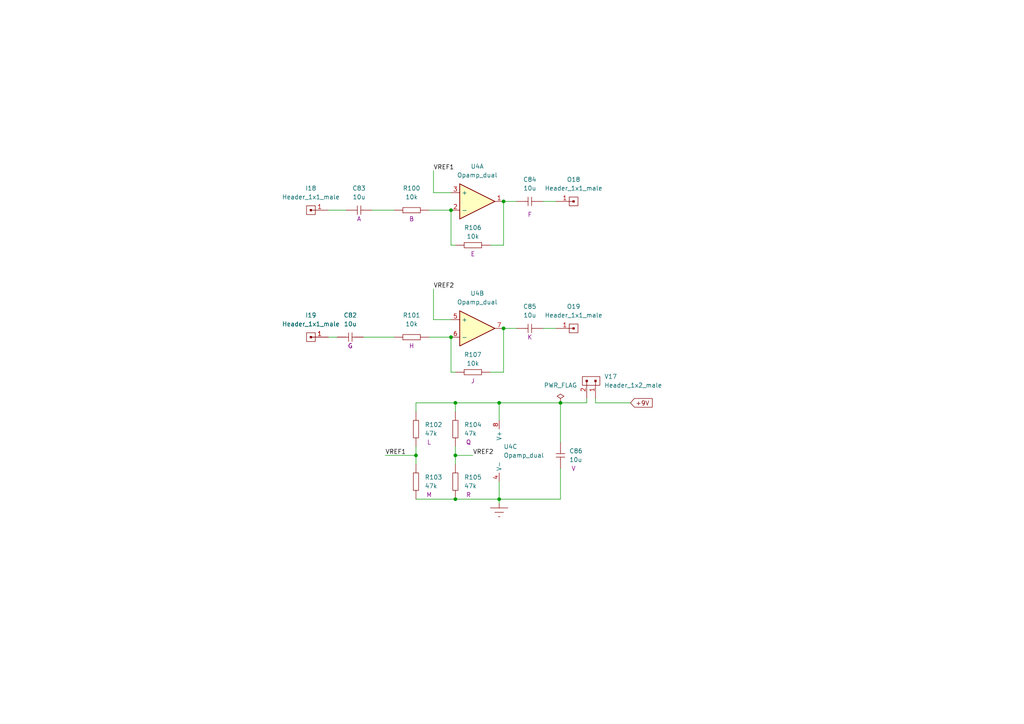
<source format=kicad_sch>
(kicad_sch (version 20211123) (generator eeschema)
  (paper "A4")
  (title_block (title "Phase invertor") (date "2024-04-26") (rev "1") (company "https://github.com/dvhx/ultimate-soldering-exercise"))
  (lib_symbols
    (symbol "dvhx-kicad-library:C" (pin_numbers hide) (pin_names hide)
      (property "Reference" "C" (at 2.286 1.016 0))
      (property "Value" "C" (at 2.286 -1.27 0))
      (symbol "C_0_1"
        (polyline (pts (xy 0 -0.508) (xy 0 -1.27)))
        (polyline (pts (xy 0 1.27) (xy 0 0.508)))
        (polyline (pts (xy 1.27 -0.508) (xy -1.27 -0.508)))
        (polyline (pts (xy 1.27 0.508) (xy -1.27 0.508)))
      )
      (symbol "C_1_1"
        (pin passive line (at 0 3.81 270) (length 2.54) (name "1") (number "1"))
        (pin passive line (at 0 -3.81 90) (length 2.54) (name "2") (number "2"))
      )
    )
    (symbol "dvhx-kicad-library:GND" (power) (pin_numbers hide) (pin_names hide)
      (symbol "GND_0_1"
        (polyline (pts (xy -2.54 -1.27) (xy 2.54 -1.27)))
        (polyline (pts (xy -1.27 -2.54) (xy 1.27 -2.54)))
        (polyline (pts (xy -0.254 -3.81) (xy 0.254 -3.81)))
      )
      (symbol "GND_1_1"
        (pin power_in line (at 0 0 270) (length 1.27) (name "GND") (number "GND"))
      )
    )
    (symbol "dvhx-kicad-library:Header_1x1_male" (pin_names hide)
      (property "Reference" "J" (at -0.254 2.286 0))
      (property "Value" "Header_1x1_male" (at 0 4.191 0))
      (symbol "Header_1x1_male_0_1"
        (rectangle (start -1.27 1.27) (end 1.27 -1.27))
        (rectangle (start -0.254 0.254) (end 0.254 -0.254) (fill (type outline)))
      )
      (symbol "Header_1x1_male_1_1"
        (pin passive line (at -5.08 0 0) (length 5.08) (name "1") (number "1"))
      )
    )
    (symbol "dvhx-kicad-library:Header_1x2_male" (pin_names hide)
      (property "Reference" "J" (at -0.254 2.286 0))
      (property "Value" "Header_1x2_male" (at 0 4.191 0))
      (symbol "Header_1x2_male_0_1"
        (rectangle (start -1.27 1.27) (end 1.27 -3.81))
        (rectangle (start -0.254 -2.286) (end 0.254 -2.794) (fill (type outline)))
        (rectangle (start -0.254 0.254) (end 0.254 -0.254) (fill (type outline)))
      )
      (symbol "Header_1x2_male_1_1"
        (pin passive line (at -5.08 0 0) (length 5.08) (name "1") (number "1"))
        (pin passive line (at -5.08 -2.54 0) (length 5.08) (name "2") (number "2"))
      )
    )
    (symbol "dvhx-kicad-library:Opamp_dual"
      (property "Reference" "U" (at 3.048 8.89 0))
      (property "Value" "Opamp_dual" (at 8.128 10.922 0))
      (symbol "Opamp_dual_1_1"
        (polyline (pts (xy -3.81 5.08) (xy 6.35 0) (xy -3.81 -5.08) (xy -3.81 5.08)) (stroke (width 0.254)) (fill (type background)))
        (pin output line (at 8.89 0 180) (length 2.54) (name "~") (number "1"))
        (pin input line (at -6.35 -2.54 0) (length 2.54) (name "-") (number "2"))
        (pin input line (at -6.35 2.54 0) (length 2.54) (name "+") (number "3"))
      )
      (symbol "Opamp_dual_2_1"
        (polyline (pts (xy -3.81 5.08) (xy 6.35 0) (xy -3.81 -5.08) (xy -3.81 5.08)) (stroke (width 0.254)) (fill (type background)))
        (pin input line (at -6.35 2.54 0) (length 2.54) (name "+") (number "5"))
        (pin input line (at -6.35 -2.54 0) (length 2.54) (name "-") (number "6"))
        (pin output line (at 8.89 0 180) (length 2.54) (name "~") (number "7"))
      )
      (symbol "Opamp_dual_3_1"
        (pin power_in line (at 0 -7.62 90) (length 2.54) (name "V-") (number "4"))
        (pin power_in line (at 0 10.16 270) (length 2.54) (name "V+") (number "8"))
      )
    )
    (symbol "dvhx-kicad-library:R" (pin_numbers hide) (pin_names hide)
      (property "Reference" "R" (at 2.032 1.016 0))
      (property "Value" "R" (at 2.032 -1.016 0))
      (symbol "R_0_1"
        (polyline (pts (xy -0.762 2.54) (xy 0.762 2.54) (xy 0.762 -2.54) (xy -0.762 -2.54) (xy -0.762 2.54)))
      )
      (symbol "R_1_1"
        (pin passive line (at 0 5.08 270) (length 2.54) (name "1") (number "1"))
        (pin passive line (at 0 -5.08 90) (length 2.54) (name "2") (number "2"))
      )
    )
    (symbol "power:PWR_FLAG" (power) (pin_numbers hide) (pin_names (offset 0) hide)
      (property "Value" "PWR_FLAG" (at 0 3.81 0))
      (symbol "PWR_FLAG_0_0"
        (pin power_out line (at 0 0 90) (length 0) (name "pwr") (number "1"))
      )
      (symbol "PWR_FLAG_0_1"
        (polyline (pts (xy 0 0) (xy 0 1.27) (xy -1.016 1.905) (xy 0 2.54) (xy 1.016 1.905) (xy 0 1.27)))
      )
    )
  )
  (junction (at 130.81 60.96))
  (junction (at 146.05 58.42))
  (junction (at 146.05 95.25))
  (junction (at 132.08 132.08))
  (junction (at 130.81 97.79))
  (junction (at 162.56 116.84))
  (junction (at 132.08 116.84))
  (junction (at 132.08 144.78))
  (junction (at 144.78 144.78))
  (junction (at 144.78 116.84))
  (junction (at 120.65 132.08))
  (wire (pts (xy 146.05 58.42) (xy 146.05 71.12)))
  (wire (pts (xy 157.48 58.42) (xy 161.29 58.42)))
  (wire (pts (xy 125.73 55.88) (xy 130.81 55.88)))
  (wire (pts (xy 144.78 116.84) (xy 144.78 121.92)))
  (wire (pts (xy 125.73 92.71) (xy 130.81 92.71)))
  (wire (pts (xy 162.56 116.84) (xy 170.18 116.84)))
  (wire (pts (xy 146.05 58.42) (xy 149.86 58.42)))
  (wire (pts (xy 144.78 144.78) (xy 162.56 144.78)))
  (wire (pts (xy 144.78 146.05) (xy 144.78 144.78)))
  (wire (pts (xy 144.78 116.84) (xy 162.56 116.84)))
  (wire (pts (xy 170.18 115.57) (xy 170.18 116.84)))
  (wire (pts (xy 120.65 116.84) (xy 132.08 116.84)))
  (wire (pts (xy 95.25 60.96) (xy 100.33 60.96)))
  (wire (pts (xy 124.46 97.79) (xy 130.81 97.79)))
  (wire (pts (xy 132.08 129.54) (xy 132.08 132.08)))
  (wire (pts (xy 142.24 107.95) (xy 146.05 107.95)))
  (wire (pts (xy 172.72 116.84) (xy 182.88 116.84)))
  (wire (pts (xy 142.24 71.12) (xy 146.05 71.12)))
  (wire (pts (xy 95.25 97.79) (xy 97.79 97.79)))
  (wire (pts (xy 125.73 49.53) (xy 125.73 55.88)))
  (wire (pts (xy 120.65 119.38) (xy 120.65 116.84)))
  (wire (pts (xy 172.72 115.57) (xy 172.72 116.84)))
  (wire (pts (xy 132.08 144.78) (xy 144.78 144.78)))
  (wire (pts (xy 146.05 95.25) (xy 146.05 107.95)))
  (wire (pts (xy 105.41 97.79) (xy 114.3 97.79)))
  (wire (pts (xy 132.08 132.08) (xy 132.08 134.62)))
  (wire (pts (xy 124.46 60.96) (xy 130.81 60.96)))
  (wire (pts (xy 130.81 97.79) (xy 130.81 107.95)))
  (wire (pts (xy 157.48 95.25) (xy 161.29 95.25)))
  (wire (pts (xy 144.78 139.7) (xy 144.78 144.78)))
  (wire (pts (xy 120.65 132.08) (xy 120.65 134.62)))
  (wire (pts (xy 162.56 135.89) (xy 162.56 144.78)))
  (wire (pts (xy 130.81 60.96) (xy 130.81 71.12)))
  (wire (pts (xy 120.65 144.78) (xy 132.08 144.78)))
  (wire (pts (xy 125.73 83.82) (xy 125.73 92.71)))
  (wire (pts (xy 120.65 129.54) (xy 120.65 132.08)))
  (wire (pts (xy 146.05 95.25) (xy 149.86 95.25)))
  (wire (pts (xy 162.56 116.84) (xy 162.56 128.27)))
  (wire (pts (xy 132.08 107.95) (xy 130.81 107.95)))
  (wire (pts (xy 132.08 116.84) (xy 144.78 116.84)))
  (wire (pts (xy 111.76 132.08) (xy 120.65 132.08)))
  (wire (pts (xy 132.08 71.12) (xy 130.81 71.12)))
  (wire (pts (xy 107.95 60.96) (xy 114.3 60.96)))
  (wire (pts (xy 132.08 132.08) (xy 137.16 132.08)))
  (wire (pts (xy 132.08 119.38) (xy 132.08 116.84)))
  (label "VREF2" (at 137.16 132.08 0))
  (label "VREF1" (at 111.76 132.08 0))
  (label "VREF1" (at 125.73 49.53 0))
  (label "VREF2" (at 125.73 83.82 0))
  (global_label "+9V" (shape input) (at 182.88 116.84 0) (property "Intersheet References" "${INTERSHEET_REFS}" (effects hide)))
  (symbol (lib_id "dvhx-kicad-library:R") (at 119.38 60.96 90) (unit 1)
    (property "Reference" "R100" (at 119.38 54.61 90))
    (property "Value" "10k" (at 119.38 57.15 90))
    (property "Footprint" "dvhx-kicad-library:Resistor_0805" (effects hide))
    (property "Field4" "B" (at 119.38 63.5 90))
  )
  (symbol (lib_id "power:PWR_FLAG") (at 162.56 116.84 0) (unit 1)
    (property "Reference" "#FLG0101" (effects hide))
    (property "Value" "PWR_FLAG" (at 162.56 111.76 0))
  )
  (symbol (lib_id "dvhx-kicad-library:R") (at 119.38 97.79 90) (unit 1)
    (property "Reference" "R101" (at 119.38 91.44 90))
    (property "Value" "10k" (at 119.38 93.98 90))
    (property "Footprint" "dvhx-kicad-library:Resistor_0805" (effects hide))
    (property "Field4" "H" (at 119.38 100.33 90))
  )
  (symbol (lib_id "dvhx-kicad-library:R") (at 137.16 107.95 90) (unit 1)
    (property "Reference" "R107" (at 137.16 102.87 90))
    (property "Value" "10k" (at 137.16 105.41 90))
    (property "Footprint" "dvhx-kicad-library:Resistor_0805" (effects hide))
    (property "Field4" "J" (at 137.16 110.49 90))
  )
  (symbol (lib_id "dvhx-kicad-library:C") (at 153.67 58.42 90) (unit 1)
    (property "Reference" "C84" (at 153.67 52.07 90))
    (property "Value" "10u" (at 153.67 54.61 90))
    (property "Footprint" "dvhx-kicad-library:Capacitor_0805" (effects hide))
    (property "F" "F" (at 153.67 62.23 90))
  )
  (symbol (lib_id "dvhx-kicad-library:R") (at 120.65 139.7 0) (unit 1)
    (property "Reference" "R103" (at 123.19 138.4299 0) (effects (justify left)))
    (property "Value" "47k" (at 123.19 140.9699 0) (effects (justify left)))
    (property "Footprint" "dvhx-kicad-library:Resistor_0805" (effects hide))
    (property "Field4" "M" (at 124.46 143.51 0))
  )
  (symbol (lib_id "dvhx-kicad-library:R") (at 137.16 71.12 90) (unit 1)
    (property "Reference" "R106" (at 137.16 66.04 90))
    (property "Value" "10k" (at 137.16 68.58 90))
    (property "Footprint" "dvhx-kicad-library:Resistor_0805" (effects hide))
    (property "Field4" "E" (at 137.16 73.66 90))
  )
  (symbol (lib_id "dvhx-kicad-library:Header_1x1_male") (at 90.17 97.79 0) (mirror y) (unit 1)
    (property "Reference" "I19" (at 90.17 91.44 0))
    (property "Value" "Header_1x1_male" (at 90.17 93.98 0))
    (property "Footprint" "dvhx-kicad-library:Header_1x1_male_upright" (effects hide))
  )
  (symbol (lib_id "dvhx-kicad-library:C") (at 101.6 97.79 90) (unit 1)
    (property "Reference" "C82" (at 101.6 91.44 90))
    (property "Value" "10u" (at 101.6 93.98 90))
    (property "Footprint" "dvhx-kicad-library:Capacitor_0805" (effects hide))
    (property "Field4" "G" (at 101.6 100.33 90))
  )
  (symbol (lib_id "dvhx-kicad-library:C") (at 104.14 60.96 90) (unit 1)
    (property "Reference" "C83" (at 104.14 54.61 90))
    (property "Value" "10u" (at 104.14 57.15 90))
    (property "Footprint" "dvhx-kicad-library:Capacitor_0805" (effects hide))
    (property "Field4" "A" (at 104.14 63.5 90))
  )
  (symbol (lib_id "dvhx-kicad-library:R") (at 132.08 139.7 0) (unit 1)
    (property "Reference" "R105" (at 134.62 138.4299 0) (effects (justify left)))
    (property "Value" "47k" (at 134.62 140.9699 0) (effects (justify left)))
    (property "Footprint" "dvhx-kicad-library:Resistor_0805" (effects hide))
    (property "Field4" "R" (at 135.89 143.51 0))
  )
  (symbol (lib_id "dvhx-kicad-library:Header_1x2_male") (at 172.72 110.49 270) (mirror x) (unit 1)
    (property "Reference" "V17" (at 175.26 109.2199 90) (effects (justify left)))
    (property "Value" "Header_1x2_male" (at 175.26 111.7599 90) (effects (justify left)))
    (property "Footprint" "dvhx-kicad-library:Header_1x2_male_upright" (effects hide))
  )
  (symbol (lib_id "dvhx-kicad-library:GND") (at 144.78 146.05 0) (unit 1)
    (property "Reference" "#GND034" (effects hide))
    (property "Value" "GND" (effects hide))
  )
  (symbol (lib_id "dvhx-kicad-library:Opamp_dual") (at 144.78 132.08 0) (unit 3)
    (property "Reference" "U4" (at 146.05 129.5399 0) (effects (justify left)))
    (property "Value" "Opamp_dual" (at 146.05 132.0799 0) (effects (justify left)))
    (property "Footprint" "dvhx-kicad-library:SOIC-8" (effects hide))
  )
  (symbol (lib_id "dvhx-kicad-library:C") (at 162.56 132.08 180) (unit 1)
    (property "Reference" "C86" (at 165.1 130.8099 0) (effects (justify right)))
    (property "Value" "10u" (at 165.1 133.3499 0) (effects (justify right)))
    (property "Footprint" "dvhx-kicad-library:Capacitor_0805" (effects hide))
    (property "Field4" "V" (at 166.37 135.89 0))
  )
  (symbol (lib_id "dvhx-kicad-library:Header_1x1_male") (at 90.17 60.96 0) (mirror y) (unit 1)
    (property "Reference" "I18" (at 90.17 54.61 0))
    (property "Value" "Header_1x1_male" (at 90.17 57.15 0))
    (property "Footprint" "dvhx-kicad-library:Header_1x1_male_upright" (effects hide))
  )
  (symbol (lib_id "dvhx-kicad-library:R") (at 120.65 124.46 0) (unit 1)
    (property "Reference" "R102" (at 123.19 123.1899 0) (effects (justify left)))
    (property "Value" "47k" (at 123.19 125.7299 0) (effects (justify left)))
    (property "Footprint" "dvhx-kicad-library:Resistor_0805" (effects hide))
    (property "Field4" "L" (at 124.46 128.27 0))
  )
  (symbol (lib_id "dvhx-kicad-library:Header_1x1_male") (at 166.37 58.42 0) (mirror x) (unit 1)
    (property "Reference" "O18" (at 166.37 52.07 0))
    (property "Value" "Header_1x1_male" (at 166.37 54.61 0))
    (property "Footprint" "dvhx-kicad-library:Header_1x1_male_upright" (effects hide))
  )
  (symbol (lib_id "dvhx-kicad-library:Opamp_dual") (at 137.16 95.25 0) (unit 2)
    (property "Reference" "U4" (at 138.43 85.09 0))
    (property "Value" "Opamp_dual" (at 138.43 87.63 0))
    (property "Footprint" "dvhx-kicad-library:SOIC-8" (effects hide))
  )
  (symbol (lib_id "dvhx-kicad-library:Header_1x1_male") (at 166.37 95.25 0) (mirror x) (unit 1)
    (property "Reference" "O19" (at 166.37 88.9 0))
    (property "Value" "Header_1x1_male" (at 166.37 91.44 0))
    (property "Footprint" "dvhx-kicad-library:Header_1x1_male_upright" (effects hide))
  )
  (symbol (lib_id "dvhx-kicad-library:R") (at 132.08 124.46 0) (unit 1)
    (property "Reference" "R104" (at 134.62 123.1899 0) (effects (justify left)))
    (property "Value" "47k" (at 134.62 125.7299 0) (effects (justify left)))
    (property "Footprint" "dvhx-kicad-library:Resistor_0805" (effects hide))
    (property "Field4" "Q" (at 135.89 128.27 0))
  )
  (symbol (lib_id "dvhx-kicad-library:C") (at 153.67 95.25 90) (unit 1)
    (property "Reference" "C85" (at 153.67 88.9 90))
    (property "Value" "10u" (at 153.67 91.44 90))
    (property "Footprint" "dvhx-kicad-library:Capacitor_0805" (effects hide))
    (property "Field4" "K" (at 153.67 97.79 90))
  )
  (symbol (lib_id "dvhx-kicad-library:Opamp_dual") (at 137.16 58.42 0) (unit 1)
    (property "Reference" "U4" (at 138.43 48.26 0))
    (property "Value" "Opamp_dual" (at 138.43 50.8 0))
    (property "Footprint" "dvhx-kicad-library:SOIC-8" (effects hide))
  )
)
</source>
